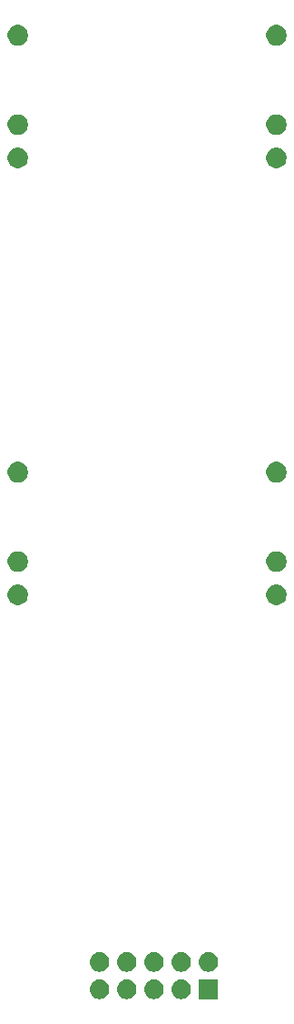
<source format=gbr>
G04 #@! TF.GenerationSoftware,KiCad,Pcbnew,5.0.2+dfsg1-1~bpo9+1*
G04 #@! TF.CreationDate,2019-02-28T12:06:51-08:00*
G04 #@! TF.ProjectId,Drum,4472756d-2e6b-4696-9361-645f70636258,rev?*
G04 #@! TF.SameCoordinates,Original*
G04 #@! TF.FileFunction,Soldermask,Bot*
G04 #@! TF.FilePolarity,Negative*
%FSLAX46Y46*%
G04 Gerber Fmt 4.6, Leading zero omitted, Abs format (unit mm)*
G04 Created by KiCad (PCBNEW 5.0.2+dfsg1-1~bpo9+1) date Thu 28 Feb 2019 12:06:51 PM PST*
%MOMM*%
%LPD*%
G01*
G04 APERTURE LIST*
%ADD10C,0.100000*%
G04 APERTURE END LIST*
D10*
G36*
X152833294Y-138290633D02*
X153005694Y-138342931D01*
X153005696Y-138342932D01*
X153164583Y-138427859D01*
X153164585Y-138427860D01*
X153164584Y-138427860D01*
X153303849Y-138542151D01*
X153418140Y-138681416D01*
X153503069Y-138840306D01*
X153555367Y-139012706D01*
X153573025Y-139192000D01*
X153555367Y-139371294D01*
X153503069Y-139543694D01*
X153503068Y-139543696D01*
X153418141Y-139702583D01*
X153303849Y-139841849D01*
X153164583Y-139956141D01*
X153005696Y-140041068D01*
X153005694Y-140041069D01*
X152833294Y-140093367D01*
X152698931Y-140106600D01*
X152609069Y-140106600D01*
X152474706Y-140093367D01*
X152302306Y-140041069D01*
X152302304Y-140041068D01*
X152143417Y-139956141D01*
X152004151Y-139841849D01*
X151889859Y-139702583D01*
X151804932Y-139543696D01*
X151804931Y-139543694D01*
X151752633Y-139371294D01*
X151734975Y-139192000D01*
X151752633Y-139012706D01*
X151804931Y-138840306D01*
X151889860Y-138681416D01*
X152004151Y-138542151D01*
X152143416Y-138427860D01*
X152143415Y-138427860D01*
X152143417Y-138427859D01*
X152302304Y-138342932D01*
X152302306Y-138342931D01*
X152474706Y-138290633D01*
X152609069Y-138277400D01*
X152698931Y-138277400D01*
X152833294Y-138290633D01*
X152833294Y-138290633D01*
G37*
G36*
X155373294Y-138290633D02*
X155545694Y-138342931D01*
X155545696Y-138342932D01*
X155704583Y-138427859D01*
X155704585Y-138427860D01*
X155704584Y-138427860D01*
X155843849Y-138542151D01*
X155958140Y-138681416D01*
X156043069Y-138840306D01*
X156095367Y-139012706D01*
X156113025Y-139192000D01*
X156095367Y-139371294D01*
X156043069Y-139543694D01*
X156043068Y-139543696D01*
X155958141Y-139702583D01*
X155843849Y-139841849D01*
X155704583Y-139956141D01*
X155545696Y-140041068D01*
X155545694Y-140041069D01*
X155373294Y-140093367D01*
X155238931Y-140106600D01*
X155149069Y-140106600D01*
X155014706Y-140093367D01*
X154842306Y-140041069D01*
X154842304Y-140041068D01*
X154683417Y-139956141D01*
X154544151Y-139841849D01*
X154429859Y-139702583D01*
X154344932Y-139543696D01*
X154344931Y-139543694D01*
X154292633Y-139371294D01*
X154274975Y-139192000D01*
X154292633Y-139012706D01*
X154344931Y-138840306D01*
X154429860Y-138681416D01*
X154544151Y-138542151D01*
X154683416Y-138427860D01*
X154683415Y-138427860D01*
X154683417Y-138427859D01*
X154842304Y-138342932D01*
X154842306Y-138342931D01*
X155014706Y-138290633D01*
X155149069Y-138277400D01*
X155238931Y-138277400D01*
X155373294Y-138290633D01*
X155373294Y-138290633D01*
G37*
G36*
X157913294Y-138290633D02*
X158085694Y-138342931D01*
X158085696Y-138342932D01*
X158244583Y-138427859D01*
X158244585Y-138427860D01*
X158244584Y-138427860D01*
X158383849Y-138542151D01*
X158498140Y-138681416D01*
X158583069Y-138840306D01*
X158635367Y-139012706D01*
X158653025Y-139192000D01*
X158635367Y-139371294D01*
X158583069Y-139543694D01*
X158583068Y-139543696D01*
X158498141Y-139702583D01*
X158383849Y-139841849D01*
X158244583Y-139956141D01*
X158085696Y-140041068D01*
X158085694Y-140041069D01*
X157913294Y-140093367D01*
X157778931Y-140106600D01*
X157689069Y-140106600D01*
X157554706Y-140093367D01*
X157382306Y-140041069D01*
X157382304Y-140041068D01*
X157223417Y-139956141D01*
X157084151Y-139841849D01*
X156969859Y-139702583D01*
X156884932Y-139543696D01*
X156884931Y-139543694D01*
X156832633Y-139371294D01*
X156814975Y-139192000D01*
X156832633Y-139012706D01*
X156884931Y-138840306D01*
X156969860Y-138681416D01*
X157084151Y-138542151D01*
X157223416Y-138427860D01*
X157223415Y-138427860D01*
X157223417Y-138427859D01*
X157382304Y-138342932D01*
X157382306Y-138342931D01*
X157554706Y-138290633D01*
X157689069Y-138277400D01*
X157778931Y-138277400D01*
X157913294Y-138290633D01*
X157913294Y-138290633D01*
G37*
G36*
X163728600Y-140106600D02*
X161899400Y-140106600D01*
X161899400Y-138277400D01*
X163728600Y-138277400D01*
X163728600Y-140106600D01*
X163728600Y-140106600D01*
G37*
G36*
X160453294Y-138290633D02*
X160625694Y-138342931D01*
X160625696Y-138342932D01*
X160784583Y-138427859D01*
X160784585Y-138427860D01*
X160784584Y-138427860D01*
X160923849Y-138542151D01*
X161038140Y-138681416D01*
X161123069Y-138840306D01*
X161175367Y-139012706D01*
X161193025Y-139192000D01*
X161175367Y-139371294D01*
X161123069Y-139543694D01*
X161123068Y-139543696D01*
X161038141Y-139702583D01*
X160923849Y-139841849D01*
X160784583Y-139956141D01*
X160625696Y-140041068D01*
X160625694Y-140041069D01*
X160453294Y-140093367D01*
X160318931Y-140106600D01*
X160229069Y-140106600D01*
X160094706Y-140093367D01*
X159922306Y-140041069D01*
X159922304Y-140041068D01*
X159763417Y-139956141D01*
X159624151Y-139841849D01*
X159509859Y-139702583D01*
X159424932Y-139543696D01*
X159424931Y-139543694D01*
X159372633Y-139371294D01*
X159354975Y-139192000D01*
X159372633Y-139012706D01*
X159424931Y-138840306D01*
X159509860Y-138681416D01*
X159624151Y-138542151D01*
X159763416Y-138427860D01*
X159763415Y-138427860D01*
X159763417Y-138427859D01*
X159922304Y-138342932D01*
X159922306Y-138342931D01*
X160094706Y-138290633D01*
X160229069Y-138277400D01*
X160318931Y-138277400D01*
X160453294Y-138290633D01*
X160453294Y-138290633D01*
G37*
G36*
X157913294Y-135750633D02*
X158085694Y-135802931D01*
X158085696Y-135802932D01*
X158244583Y-135887859D01*
X158244585Y-135887860D01*
X158244584Y-135887860D01*
X158383849Y-136002151D01*
X158498140Y-136141416D01*
X158583069Y-136300306D01*
X158635367Y-136472706D01*
X158653025Y-136652000D01*
X158635367Y-136831294D01*
X158583069Y-137003694D01*
X158583068Y-137003696D01*
X158498141Y-137162583D01*
X158383849Y-137301849D01*
X158244583Y-137416141D01*
X158085696Y-137501068D01*
X158085694Y-137501069D01*
X157913294Y-137553367D01*
X157778931Y-137566600D01*
X157689069Y-137566600D01*
X157554706Y-137553367D01*
X157382306Y-137501069D01*
X157382304Y-137501068D01*
X157223417Y-137416141D01*
X157084151Y-137301849D01*
X156969859Y-137162583D01*
X156884932Y-137003696D01*
X156884931Y-137003694D01*
X156832633Y-136831294D01*
X156814975Y-136652000D01*
X156832633Y-136472706D01*
X156884931Y-136300306D01*
X156969860Y-136141416D01*
X157084151Y-136002151D01*
X157223416Y-135887860D01*
X157223415Y-135887860D01*
X157223417Y-135887859D01*
X157382304Y-135802932D01*
X157382306Y-135802931D01*
X157554706Y-135750633D01*
X157689069Y-135737400D01*
X157778931Y-135737400D01*
X157913294Y-135750633D01*
X157913294Y-135750633D01*
G37*
G36*
X152833294Y-135750633D02*
X153005694Y-135802931D01*
X153005696Y-135802932D01*
X153164583Y-135887859D01*
X153164585Y-135887860D01*
X153164584Y-135887860D01*
X153303849Y-136002151D01*
X153418140Y-136141416D01*
X153503069Y-136300306D01*
X153555367Y-136472706D01*
X153573025Y-136652000D01*
X153555367Y-136831294D01*
X153503069Y-137003694D01*
X153503068Y-137003696D01*
X153418141Y-137162583D01*
X153303849Y-137301849D01*
X153164583Y-137416141D01*
X153005696Y-137501068D01*
X153005694Y-137501069D01*
X152833294Y-137553367D01*
X152698931Y-137566600D01*
X152609069Y-137566600D01*
X152474706Y-137553367D01*
X152302306Y-137501069D01*
X152302304Y-137501068D01*
X152143417Y-137416141D01*
X152004151Y-137301849D01*
X151889859Y-137162583D01*
X151804932Y-137003696D01*
X151804931Y-137003694D01*
X151752633Y-136831294D01*
X151734975Y-136652000D01*
X151752633Y-136472706D01*
X151804931Y-136300306D01*
X151889860Y-136141416D01*
X152004151Y-136002151D01*
X152143416Y-135887860D01*
X152143415Y-135887860D01*
X152143417Y-135887859D01*
X152302304Y-135802932D01*
X152302306Y-135802931D01*
X152474706Y-135750633D01*
X152609069Y-135737400D01*
X152698931Y-135737400D01*
X152833294Y-135750633D01*
X152833294Y-135750633D01*
G37*
G36*
X155373294Y-135750633D02*
X155545694Y-135802931D01*
X155545696Y-135802932D01*
X155704583Y-135887859D01*
X155704585Y-135887860D01*
X155704584Y-135887860D01*
X155843849Y-136002151D01*
X155958140Y-136141416D01*
X156043069Y-136300306D01*
X156095367Y-136472706D01*
X156113025Y-136652000D01*
X156095367Y-136831294D01*
X156043069Y-137003694D01*
X156043068Y-137003696D01*
X155958141Y-137162583D01*
X155843849Y-137301849D01*
X155704583Y-137416141D01*
X155545696Y-137501068D01*
X155545694Y-137501069D01*
X155373294Y-137553367D01*
X155238931Y-137566600D01*
X155149069Y-137566600D01*
X155014706Y-137553367D01*
X154842306Y-137501069D01*
X154842304Y-137501068D01*
X154683417Y-137416141D01*
X154544151Y-137301849D01*
X154429859Y-137162583D01*
X154344932Y-137003696D01*
X154344931Y-137003694D01*
X154292633Y-136831294D01*
X154274975Y-136652000D01*
X154292633Y-136472706D01*
X154344931Y-136300306D01*
X154429860Y-136141416D01*
X154544151Y-136002151D01*
X154683416Y-135887860D01*
X154683415Y-135887860D01*
X154683417Y-135887859D01*
X154842304Y-135802932D01*
X154842306Y-135802931D01*
X155014706Y-135750633D01*
X155149069Y-135737400D01*
X155238931Y-135737400D01*
X155373294Y-135750633D01*
X155373294Y-135750633D01*
G37*
G36*
X160453294Y-135750633D02*
X160625694Y-135802931D01*
X160625696Y-135802932D01*
X160784583Y-135887859D01*
X160784585Y-135887860D01*
X160784584Y-135887860D01*
X160923849Y-136002151D01*
X161038140Y-136141416D01*
X161123069Y-136300306D01*
X161175367Y-136472706D01*
X161193025Y-136652000D01*
X161175367Y-136831294D01*
X161123069Y-137003694D01*
X161123068Y-137003696D01*
X161038141Y-137162583D01*
X160923849Y-137301849D01*
X160784583Y-137416141D01*
X160625696Y-137501068D01*
X160625694Y-137501069D01*
X160453294Y-137553367D01*
X160318931Y-137566600D01*
X160229069Y-137566600D01*
X160094706Y-137553367D01*
X159922306Y-137501069D01*
X159922304Y-137501068D01*
X159763417Y-137416141D01*
X159624151Y-137301849D01*
X159509859Y-137162583D01*
X159424932Y-137003696D01*
X159424931Y-137003694D01*
X159372633Y-136831294D01*
X159354975Y-136652000D01*
X159372633Y-136472706D01*
X159424931Y-136300306D01*
X159509860Y-136141416D01*
X159624151Y-136002151D01*
X159763416Y-135887860D01*
X159763415Y-135887860D01*
X159763417Y-135887859D01*
X159922304Y-135802932D01*
X159922306Y-135802931D01*
X160094706Y-135750633D01*
X160229069Y-135737400D01*
X160318931Y-135737400D01*
X160453294Y-135750633D01*
X160453294Y-135750633D01*
G37*
G36*
X162993294Y-135750633D02*
X163165694Y-135802931D01*
X163165696Y-135802932D01*
X163324583Y-135887859D01*
X163324585Y-135887860D01*
X163324584Y-135887860D01*
X163463849Y-136002151D01*
X163578140Y-136141416D01*
X163663069Y-136300306D01*
X163715367Y-136472706D01*
X163733025Y-136652000D01*
X163715367Y-136831294D01*
X163663069Y-137003694D01*
X163663068Y-137003696D01*
X163578141Y-137162583D01*
X163463849Y-137301849D01*
X163324583Y-137416141D01*
X163165696Y-137501068D01*
X163165694Y-137501069D01*
X162993294Y-137553367D01*
X162858931Y-137566600D01*
X162769069Y-137566600D01*
X162634706Y-137553367D01*
X162462306Y-137501069D01*
X162462304Y-137501068D01*
X162303417Y-137416141D01*
X162164151Y-137301849D01*
X162049859Y-137162583D01*
X161964932Y-137003696D01*
X161964931Y-137003694D01*
X161912633Y-136831294D01*
X161894975Y-136652000D01*
X161912633Y-136472706D01*
X161964931Y-136300306D01*
X162049860Y-136141416D01*
X162164151Y-136002151D01*
X162303416Y-135887860D01*
X162303415Y-135887860D01*
X162303417Y-135887859D01*
X162462304Y-135802932D01*
X162462306Y-135802931D01*
X162634706Y-135750633D01*
X162769069Y-135737400D01*
X162858931Y-135737400D01*
X162993294Y-135750633D01*
X162993294Y-135750633D01*
G37*
G36*
X169441396Y-101577546D02*
X169614466Y-101649234D01*
X169770230Y-101753312D01*
X169902688Y-101885770D01*
X170006766Y-102041534D01*
X170078454Y-102214604D01*
X170115000Y-102398333D01*
X170115000Y-102585667D01*
X170078454Y-102769396D01*
X170006766Y-102942466D01*
X169902688Y-103098230D01*
X169770230Y-103230688D01*
X169614466Y-103334766D01*
X169441396Y-103406454D01*
X169257667Y-103443000D01*
X169070333Y-103443000D01*
X168886604Y-103406454D01*
X168713534Y-103334766D01*
X168557770Y-103230688D01*
X168425312Y-103098230D01*
X168321234Y-102942466D01*
X168249546Y-102769396D01*
X168213000Y-102585667D01*
X168213000Y-102398333D01*
X168249546Y-102214604D01*
X168321234Y-102041534D01*
X168425312Y-101885770D01*
X168557770Y-101753312D01*
X168713534Y-101649234D01*
X168886604Y-101577546D01*
X169070333Y-101541000D01*
X169257667Y-101541000D01*
X169441396Y-101577546D01*
X169441396Y-101577546D01*
G37*
G36*
X145311396Y-101577546D02*
X145484466Y-101649234D01*
X145640230Y-101753312D01*
X145772688Y-101885770D01*
X145876766Y-102041534D01*
X145948454Y-102214604D01*
X145985000Y-102398333D01*
X145985000Y-102585667D01*
X145948454Y-102769396D01*
X145876766Y-102942466D01*
X145772688Y-103098230D01*
X145640230Y-103230688D01*
X145484466Y-103334766D01*
X145311396Y-103406454D01*
X145127667Y-103443000D01*
X144940333Y-103443000D01*
X144756604Y-103406454D01*
X144583534Y-103334766D01*
X144427770Y-103230688D01*
X144295312Y-103098230D01*
X144191234Y-102942466D01*
X144119546Y-102769396D01*
X144083000Y-102585667D01*
X144083000Y-102398333D01*
X144119546Y-102214604D01*
X144191234Y-102041534D01*
X144295312Y-101885770D01*
X144427770Y-101753312D01*
X144583534Y-101649234D01*
X144756604Y-101577546D01*
X144940333Y-101541000D01*
X145127667Y-101541000D01*
X145311396Y-101577546D01*
X145311396Y-101577546D01*
G37*
G36*
X169441396Y-98477546D02*
X169614466Y-98549234D01*
X169770230Y-98653312D01*
X169902688Y-98785770D01*
X170006766Y-98941534D01*
X170078454Y-99114604D01*
X170115000Y-99298333D01*
X170115000Y-99485667D01*
X170078454Y-99669396D01*
X170006766Y-99842466D01*
X169902688Y-99998230D01*
X169770230Y-100130688D01*
X169614466Y-100234766D01*
X169441396Y-100306454D01*
X169257667Y-100343000D01*
X169070333Y-100343000D01*
X168886604Y-100306454D01*
X168713534Y-100234766D01*
X168557770Y-100130688D01*
X168425312Y-99998230D01*
X168321234Y-99842466D01*
X168249546Y-99669396D01*
X168213000Y-99485667D01*
X168213000Y-99298333D01*
X168249546Y-99114604D01*
X168321234Y-98941534D01*
X168425312Y-98785770D01*
X168557770Y-98653312D01*
X168713534Y-98549234D01*
X168886604Y-98477546D01*
X169070333Y-98441000D01*
X169257667Y-98441000D01*
X169441396Y-98477546D01*
X169441396Y-98477546D01*
G37*
G36*
X145311396Y-98477546D02*
X145484466Y-98549234D01*
X145640230Y-98653312D01*
X145772688Y-98785770D01*
X145876766Y-98941534D01*
X145948454Y-99114604D01*
X145985000Y-99298333D01*
X145985000Y-99485667D01*
X145948454Y-99669396D01*
X145876766Y-99842466D01*
X145772688Y-99998230D01*
X145640230Y-100130688D01*
X145484466Y-100234766D01*
X145311396Y-100306454D01*
X145127667Y-100343000D01*
X144940333Y-100343000D01*
X144756604Y-100306454D01*
X144583534Y-100234766D01*
X144427770Y-100130688D01*
X144295312Y-99998230D01*
X144191234Y-99842466D01*
X144119546Y-99669396D01*
X144083000Y-99485667D01*
X144083000Y-99298333D01*
X144119546Y-99114604D01*
X144191234Y-98941534D01*
X144295312Y-98785770D01*
X144427770Y-98653312D01*
X144583534Y-98549234D01*
X144756604Y-98477546D01*
X144940333Y-98441000D01*
X145127667Y-98441000D01*
X145311396Y-98477546D01*
X145311396Y-98477546D01*
G37*
G36*
X145311396Y-90177546D02*
X145484466Y-90249234D01*
X145640230Y-90353312D01*
X145772688Y-90485770D01*
X145876766Y-90641534D01*
X145948454Y-90814604D01*
X145985000Y-90998333D01*
X145985000Y-91185667D01*
X145948454Y-91369396D01*
X145876766Y-91542466D01*
X145772688Y-91698230D01*
X145640230Y-91830688D01*
X145484466Y-91934766D01*
X145311396Y-92006454D01*
X145127667Y-92043000D01*
X144940333Y-92043000D01*
X144756604Y-92006454D01*
X144583534Y-91934766D01*
X144427770Y-91830688D01*
X144295312Y-91698230D01*
X144191234Y-91542466D01*
X144119546Y-91369396D01*
X144083000Y-91185667D01*
X144083000Y-90998333D01*
X144119546Y-90814604D01*
X144191234Y-90641534D01*
X144295312Y-90485770D01*
X144427770Y-90353312D01*
X144583534Y-90249234D01*
X144756604Y-90177546D01*
X144940333Y-90141000D01*
X145127667Y-90141000D01*
X145311396Y-90177546D01*
X145311396Y-90177546D01*
G37*
G36*
X169441396Y-90177546D02*
X169614466Y-90249234D01*
X169770230Y-90353312D01*
X169902688Y-90485770D01*
X170006766Y-90641534D01*
X170078454Y-90814604D01*
X170115000Y-90998333D01*
X170115000Y-91185667D01*
X170078454Y-91369396D01*
X170006766Y-91542466D01*
X169902688Y-91698230D01*
X169770230Y-91830688D01*
X169614466Y-91934766D01*
X169441396Y-92006454D01*
X169257667Y-92043000D01*
X169070333Y-92043000D01*
X168886604Y-92006454D01*
X168713534Y-91934766D01*
X168557770Y-91830688D01*
X168425312Y-91698230D01*
X168321234Y-91542466D01*
X168249546Y-91369396D01*
X168213000Y-91185667D01*
X168213000Y-90998333D01*
X168249546Y-90814604D01*
X168321234Y-90641534D01*
X168425312Y-90485770D01*
X168557770Y-90353312D01*
X168713534Y-90249234D01*
X168886604Y-90177546D01*
X169070333Y-90141000D01*
X169257667Y-90141000D01*
X169441396Y-90177546D01*
X169441396Y-90177546D01*
G37*
G36*
X145311396Y-60937546D02*
X145484466Y-61009234D01*
X145640230Y-61113312D01*
X145772688Y-61245770D01*
X145876766Y-61401534D01*
X145948454Y-61574604D01*
X145985000Y-61758333D01*
X145985000Y-61945667D01*
X145948454Y-62129396D01*
X145876766Y-62302466D01*
X145772688Y-62458230D01*
X145640230Y-62590688D01*
X145484466Y-62694766D01*
X145311396Y-62766454D01*
X145127667Y-62803000D01*
X144940333Y-62803000D01*
X144756604Y-62766454D01*
X144583534Y-62694766D01*
X144427770Y-62590688D01*
X144295312Y-62458230D01*
X144191234Y-62302466D01*
X144119546Y-62129396D01*
X144083000Y-61945667D01*
X144083000Y-61758333D01*
X144119546Y-61574604D01*
X144191234Y-61401534D01*
X144295312Y-61245770D01*
X144427770Y-61113312D01*
X144583534Y-61009234D01*
X144756604Y-60937546D01*
X144940333Y-60901000D01*
X145127667Y-60901000D01*
X145311396Y-60937546D01*
X145311396Y-60937546D01*
G37*
G36*
X169441396Y-60937546D02*
X169614466Y-61009234D01*
X169770230Y-61113312D01*
X169902688Y-61245770D01*
X170006766Y-61401534D01*
X170078454Y-61574604D01*
X170115000Y-61758333D01*
X170115000Y-61945667D01*
X170078454Y-62129396D01*
X170006766Y-62302466D01*
X169902688Y-62458230D01*
X169770230Y-62590688D01*
X169614466Y-62694766D01*
X169441396Y-62766454D01*
X169257667Y-62803000D01*
X169070333Y-62803000D01*
X168886604Y-62766454D01*
X168713534Y-62694766D01*
X168557770Y-62590688D01*
X168425312Y-62458230D01*
X168321234Y-62302466D01*
X168249546Y-62129396D01*
X168213000Y-61945667D01*
X168213000Y-61758333D01*
X168249546Y-61574604D01*
X168321234Y-61401534D01*
X168425312Y-61245770D01*
X168557770Y-61113312D01*
X168713534Y-61009234D01*
X168886604Y-60937546D01*
X169070333Y-60901000D01*
X169257667Y-60901000D01*
X169441396Y-60937546D01*
X169441396Y-60937546D01*
G37*
G36*
X169441396Y-57837546D02*
X169614466Y-57909234D01*
X169770230Y-58013312D01*
X169902688Y-58145770D01*
X170006766Y-58301534D01*
X170078454Y-58474604D01*
X170115000Y-58658333D01*
X170115000Y-58845667D01*
X170078454Y-59029396D01*
X170006766Y-59202466D01*
X169902688Y-59358230D01*
X169770230Y-59490688D01*
X169614466Y-59594766D01*
X169441396Y-59666454D01*
X169257667Y-59703000D01*
X169070333Y-59703000D01*
X168886604Y-59666454D01*
X168713534Y-59594766D01*
X168557770Y-59490688D01*
X168425312Y-59358230D01*
X168321234Y-59202466D01*
X168249546Y-59029396D01*
X168213000Y-58845667D01*
X168213000Y-58658333D01*
X168249546Y-58474604D01*
X168321234Y-58301534D01*
X168425312Y-58145770D01*
X168557770Y-58013312D01*
X168713534Y-57909234D01*
X168886604Y-57837546D01*
X169070333Y-57801000D01*
X169257667Y-57801000D01*
X169441396Y-57837546D01*
X169441396Y-57837546D01*
G37*
G36*
X145311396Y-57837546D02*
X145484466Y-57909234D01*
X145640230Y-58013312D01*
X145772688Y-58145770D01*
X145876766Y-58301534D01*
X145948454Y-58474604D01*
X145985000Y-58658333D01*
X145985000Y-58845667D01*
X145948454Y-59029396D01*
X145876766Y-59202466D01*
X145772688Y-59358230D01*
X145640230Y-59490688D01*
X145484466Y-59594766D01*
X145311396Y-59666454D01*
X145127667Y-59703000D01*
X144940333Y-59703000D01*
X144756604Y-59666454D01*
X144583534Y-59594766D01*
X144427770Y-59490688D01*
X144295312Y-59358230D01*
X144191234Y-59202466D01*
X144119546Y-59029396D01*
X144083000Y-58845667D01*
X144083000Y-58658333D01*
X144119546Y-58474604D01*
X144191234Y-58301534D01*
X144295312Y-58145770D01*
X144427770Y-58013312D01*
X144583534Y-57909234D01*
X144756604Y-57837546D01*
X144940333Y-57801000D01*
X145127667Y-57801000D01*
X145311396Y-57837546D01*
X145311396Y-57837546D01*
G37*
G36*
X145311396Y-49537546D02*
X145484466Y-49609234D01*
X145640230Y-49713312D01*
X145772688Y-49845770D01*
X145876766Y-50001534D01*
X145948454Y-50174604D01*
X145985000Y-50358333D01*
X145985000Y-50545667D01*
X145948454Y-50729396D01*
X145876766Y-50902466D01*
X145772688Y-51058230D01*
X145640230Y-51190688D01*
X145484466Y-51294766D01*
X145311396Y-51366454D01*
X145127667Y-51403000D01*
X144940333Y-51403000D01*
X144756604Y-51366454D01*
X144583534Y-51294766D01*
X144427770Y-51190688D01*
X144295312Y-51058230D01*
X144191234Y-50902466D01*
X144119546Y-50729396D01*
X144083000Y-50545667D01*
X144083000Y-50358333D01*
X144119546Y-50174604D01*
X144191234Y-50001534D01*
X144295312Y-49845770D01*
X144427770Y-49713312D01*
X144583534Y-49609234D01*
X144756604Y-49537546D01*
X144940333Y-49501000D01*
X145127667Y-49501000D01*
X145311396Y-49537546D01*
X145311396Y-49537546D01*
G37*
G36*
X169441396Y-49537546D02*
X169614466Y-49609234D01*
X169770230Y-49713312D01*
X169902688Y-49845770D01*
X170006766Y-50001534D01*
X170078454Y-50174604D01*
X170115000Y-50358333D01*
X170115000Y-50545667D01*
X170078454Y-50729396D01*
X170006766Y-50902466D01*
X169902688Y-51058230D01*
X169770230Y-51190688D01*
X169614466Y-51294766D01*
X169441396Y-51366454D01*
X169257667Y-51403000D01*
X169070333Y-51403000D01*
X168886604Y-51366454D01*
X168713534Y-51294766D01*
X168557770Y-51190688D01*
X168425312Y-51058230D01*
X168321234Y-50902466D01*
X168249546Y-50729396D01*
X168213000Y-50545667D01*
X168213000Y-50358333D01*
X168249546Y-50174604D01*
X168321234Y-50001534D01*
X168425312Y-49845770D01*
X168557770Y-49713312D01*
X168713534Y-49609234D01*
X168886604Y-49537546D01*
X169070333Y-49501000D01*
X169257667Y-49501000D01*
X169441396Y-49537546D01*
X169441396Y-49537546D01*
G37*
M02*

</source>
